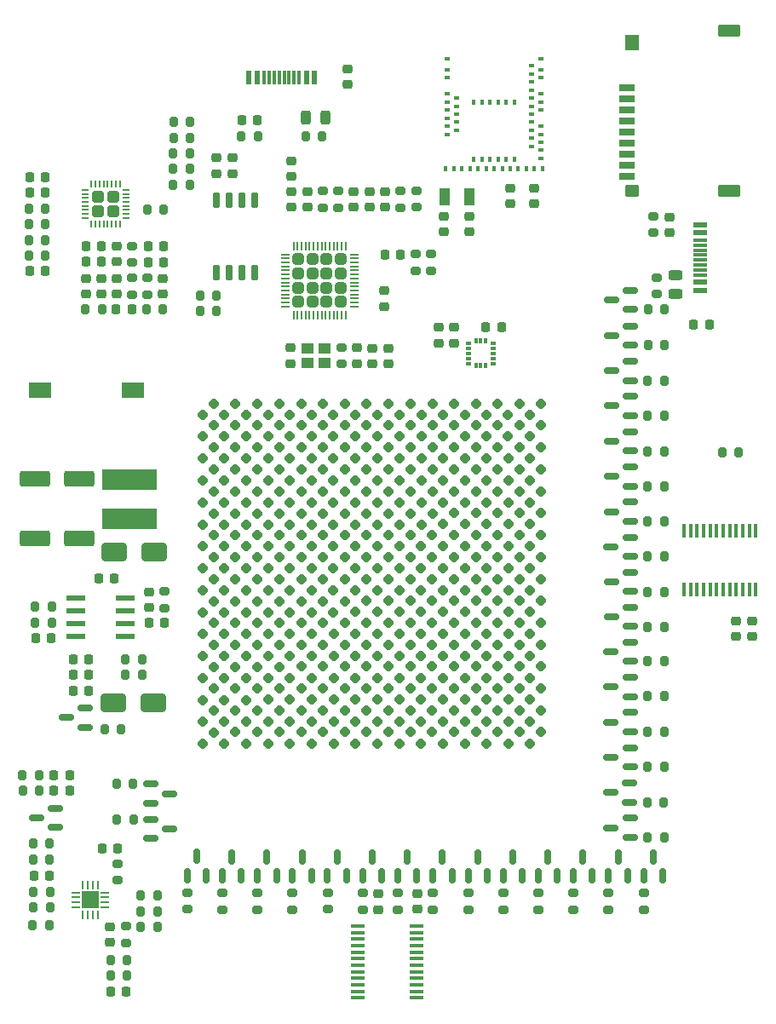
<source format=gbr>
%TF.GenerationSoftware,KiCad,Pcbnew,7.0.2*%
%TF.CreationDate,2023-07-17T10:45:44+03:00*%
%TF.ProjectId,DeskSandGlass,4465736b-5361-46e6-9447-6c6173732e6b,rev?*%
%TF.SameCoordinates,Original*%
%TF.FileFunction,Paste,Top*%
%TF.FilePolarity,Positive*%
%FSLAX46Y46*%
G04 Gerber Fmt 4.6, Leading zero omitted, Abs format (unit mm)*
G04 Created by KiCad (PCBNEW 7.0.2) date 2023-07-17 10:45:44*
%MOMM*%
%LPD*%
G01*
G04 APERTURE LIST*
G04 Aperture macros list*
%AMRoundRect*
0 Rectangle with rounded corners*
0 $1 Rounding radius*
0 $2 $3 $4 $5 $6 $7 $8 $9 X,Y pos of 4 corners*
0 Add a 4 corners polygon primitive as box body*
4,1,4,$2,$3,$4,$5,$6,$7,$8,$9,$2,$3,0*
0 Add four circle primitives for the rounded corners*
1,1,$1+$1,$2,$3*
1,1,$1+$1,$4,$5*
1,1,$1+$1,$6,$7*
1,1,$1+$1,$8,$9*
0 Add four rect primitives between the rounded corners*
20,1,$1+$1,$2,$3,$4,$5,0*
20,1,$1+$1,$4,$5,$6,$7,0*
20,1,$1+$1,$6,$7,$8,$9,0*
20,1,$1+$1,$8,$9,$2,$3,0*%
G04 Aperture macros list end*
%ADD10RoundRect,0.218750X0.026517X-0.335876X0.335876X-0.026517X-0.026517X0.335876X-0.335876X0.026517X0*%
%ADD11RoundRect,0.200000X-0.200000X-0.275000X0.200000X-0.275000X0.200000X0.275000X-0.200000X0.275000X0*%
%ADD12RoundRect,0.200000X0.275000X-0.200000X0.275000X0.200000X-0.275000X0.200000X-0.275000X-0.200000X0*%
%ADD13RoundRect,0.200000X0.200000X0.275000X-0.200000X0.275000X-0.200000X-0.275000X0.200000X-0.275000X0*%
%ADD14RoundRect,0.150000X0.587500X0.150000X-0.587500X0.150000X-0.587500X-0.150000X0.587500X-0.150000X0*%
%ADD15RoundRect,0.225000X0.225000X0.250000X-0.225000X0.250000X-0.225000X-0.250000X0.225000X-0.250000X0*%
%ADD16RoundRect,0.070000X0.730000X-0.280000X0.730000X0.280000X-0.730000X0.280000X-0.730000X-0.280000X0*%
%ADD17RoundRect,0.140000X0.560000X-0.660000X0.560000X0.660000X-0.560000X0.660000X-0.560000X-0.660000X0*%
%ADD18RoundRect,0.120000X0.580000X-0.480000X0.580000X0.480000X-0.580000X0.480000X-0.580000X-0.480000X0*%
%ADD19RoundRect,0.120000X0.980000X-0.480000X0.980000X0.480000X-0.980000X0.480000X-0.980000X-0.480000X0*%
%ADD20RoundRect,0.225000X-0.225000X-0.250000X0.225000X-0.250000X0.225000X0.250000X-0.225000X0.250000X0*%
%ADD21RoundRect,0.225000X0.250000X-0.225000X0.250000X0.225000X-0.250000X0.225000X-0.250000X-0.225000X0*%
%ADD22RoundRect,0.200000X-0.275000X0.200000X-0.275000X-0.200000X0.275000X-0.200000X0.275000X0.200000X0*%
%ADD23RoundRect,0.150000X0.150000X-0.587500X0.150000X0.587500X-0.150000X0.587500X-0.150000X-0.587500X0*%
%ADD24R,0.600000X1.450000*%
%ADD25R,0.300000X1.450000*%
%ADD26RoundRect,0.225000X-0.250000X0.225000X-0.250000X-0.225000X0.250000X-0.225000X0.250000X0.225000X0*%
%ADD27RoundRect,0.150000X-0.587500X-0.150000X0.587500X-0.150000X0.587500X0.150000X-0.587500X0.150000X0*%
%ADD28RoundRect,0.243750X-0.456250X0.243750X-0.456250X-0.243750X0.456250X-0.243750X0.456250X0.243750X0*%
%ADD29R,0.600000X0.400000*%
%ADD30R,0.400000X0.600000*%
%ADD31R,0.355600X1.473200*%
%ADD32RoundRect,0.250000X1.250000X0.550000X-1.250000X0.550000X-1.250000X-0.550000X1.250000X-0.550000X0*%
%ADD33R,1.000000X1.800000*%
%ADD34RoundRect,0.218750X0.218750X0.256250X-0.218750X0.256250X-0.218750X-0.256250X0.218750X-0.256250X0*%
%ADD35R,5.500000X2.150000*%
%ADD36RoundRect,0.250000X-0.315000X-0.315000X0.315000X-0.315000X0.315000X0.315000X-0.315000X0.315000X0*%
%ADD37RoundRect,0.050000X-0.387500X-0.050000X0.387500X-0.050000X0.387500X0.050000X-0.387500X0.050000X0*%
%ADD38RoundRect,0.050000X-0.050000X-0.387500X0.050000X-0.387500X0.050000X0.387500X-0.050000X0.387500X0*%
%ADD39RoundRect,0.243750X-0.243750X-0.456250X0.243750X-0.456250X0.243750X0.456250X-0.243750X0.456250X0*%
%ADD40RoundRect,0.250000X-1.000000X-0.650000X1.000000X-0.650000X1.000000X0.650000X-1.000000X0.650000X0*%
%ADD41RoundRect,0.150000X0.150000X-0.650000X0.150000X0.650000X-0.150000X0.650000X-0.150000X-0.650000X0*%
%ADD42RoundRect,0.087500X-0.187500X-0.087500X0.187500X-0.087500X0.187500X0.087500X-0.187500X0.087500X0*%
%ADD43RoundRect,0.087500X-0.087500X-0.187500X0.087500X-0.187500X0.087500X0.187500X-0.087500X0.187500X0*%
%ADD44R,1.150000X1.000000*%
%ADD45R,2.180000X1.600000*%
%ADD46RoundRect,0.218750X0.256250X-0.218750X0.256250X0.218750X-0.256250X0.218750X-0.256250X-0.218750X0*%
%ADD47RoundRect,0.250000X0.335000X0.335000X-0.335000X0.335000X-0.335000X-0.335000X0.335000X-0.335000X0*%
%ADD48RoundRect,0.050000X0.300000X0.050000X-0.300000X0.050000X-0.300000X-0.050000X0.300000X-0.050000X0*%
%ADD49RoundRect,0.050000X0.050000X0.300000X-0.050000X0.300000X-0.050000X-0.300000X0.050000X-0.300000X0*%
%ADD50R,1.981200X0.558800*%
%ADD51RoundRect,0.218750X-0.256250X0.218750X-0.256250X-0.218750X0.256250X-0.218750X0.256250X0.218750X0*%
%ADD52R,0.254000X0.812800*%
%ADD53R,0.812800X0.254000*%
%ADD54R,1.752600X1.752600*%
%ADD55R,1.450000X0.600000*%
%ADD56R,1.450000X0.300000*%
%ADD57R,1.473200X0.355600*%
G04 APERTURE END LIST*
D10*
%TO.C,D29*%
X132863687Y-110582381D03*
X133977381Y-109468687D03*
%TD*%
D11*
%TO.C,R12*%
X174933034Y-81025534D03*
X176583034Y-81025534D03*
%TD*%
D12*
%TO.C,R9*%
X144505534Y-79365534D03*
X144505534Y-77715534D03*
%TD*%
D13*
%TO.C,R77*%
X115443034Y-135145534D03*
X113793034Y-135145534D03*
%TD*%
D10*
%TO.C,D65*%
X139388687Y-84407381D03*
X140502381Y-83293687D03*
%TD*%
D11*
%TO.C,R44*%
X113445534Y-67060534D03*
X115095534Y-67060534D03*
%TD*%
D14*
%TO.C,Q7*%
X173203034Y-94995534D03*
X173203034Y-93095534D03*
X171328034Y-94045534D03*
%TD*%
D10*
%TO.C,D181*%
X154588687Y-93157381D03*
X155702381Y-92043687D03*
%TD*%
%TO.C,D73*%
X139388687Y-101882381D03*
X140502381Y-100768687D03*
%TD*%
%TO.C,D177*%
X154613687Y-84407381D03*
X155727381Y-83293687D03*
%TD*%
D15*
%TO.C,C48*%
X115670534Y-106635534D03*
X114120534Y-106635534D03*
%TD*%
D10*
%TO.C,D85*%
X141563687Y-93157381D03*
X142677381Y-92043687D03*
%TD*%
%TO.C,D52*%
X137213687Y-90957381D03*
X138327381Y-89843687D03*
%TD*%
%TO.C,D14*%
X130688687Y-112757381D03*
X131802381Y-111643687D03*
%TD*%
%TO.C,D250*%
X163238687Y-104032381D03*
X164352381Y-102918687D03*
%TD*%
D16*
%TO.C,U10*%
X172905534Y-51935534D03*
X172905534Y-53035534D03*
X172905534Y-54135534D03*
X172905534Y-55235534D03*
X172905534Y-56335534D03*
X172905534Y-57435534D03*
X172905534Y-58535534D03*
X172905534Y-59635534D03*
X172905534Y-60735534D03*
D17*
X173405534Y-47435534D03*
D18*
X173405534Y-62135534D03*
D19*
X183005534Y-46235534D03*
X183005534Y-62135534D03*
%TD*%
D10*
%TO.C,D150*%
X150238687Y-95332381D03*
X151352381Y-94218687D03*
%TD*%
%TO.C,D220*%
X158938687Y-108382381D03*
X160052381Y-107268687D03*
%TD*%
D20*
%TO.C,C42*%
X120723034Y-127545534D03*
X122273034Y-127545534D03*
%TD*%
D10*
%TO.C,D76*%
X139388687Y-108407381D03*
X140502381Y-107293687D03*
%TD*%
D21*
%TO.C,C51*%
X125405534Y-103595534D03*
X125405534Y-102045534D03*
%TD*%
D10*
%TO.C,D96*%
X141563687Y-117082381D03*
X142677381Y-115968687D03*
%TD*%
D22*
%TO.C,R39*%
X167535534Y-131935534D03*
X167535534Y-133585534D03*
%TD*%
D21*
%TO.C,C4*%
X145715534Y-63775534D03*
X145715534Y-62225534D03*
%TD*%
D22*
%TO.C,R40*%
X171035534Y-131955534D03*
X171035534Y-133605534D03*
%TD*%
D23*
%TO.C,Q22*%
X139645534Y-130213034D03*
X141545534Y-130213034D03*
X140595534Y-128338034D03*
%TD*%
D10*
%TO.C,D75*%
X139388687Y-106232381D03*
X140502381Y-105118687D03*
%TD*%
%TO.C,D20*%
X132863687Y-90957381D03*
X133977381Y-89843687D03*
%TD*%
%TO.C,D38*%
X135038687Y-95332381D03*
X136152381Y-94218687D03*
%TD*%
D24*
%TO.C,J1*%
X141810534Y-50940534D03*
X141010534Y-50940534D03*
D25*
X139810534Y-50940534D03*
X138810534Y-50940534D03*
X138310534Y-50940534D03*
X137310534Y-50940534D03*
D24*
X136110534Y-50940534D03*
X135310534Y-50940534D03*
X135310534Y-50940534D03*
X136110534Y-50940534D03*
D25*
X136810534Y-50940534D03*
X137810534Y-50940534D03*
X139310534Y-50940534D03*
X140310534Y-50940534D03*
D24*
X141010534Y-50940534D03*
X141810534Y-50940534D03*
%TD*%
D10*
%TO.C,D198*%
X156763687Y-95307381D03*
X157877381Y-94193687D03*
%TD*%
%TO.C,D59*%
X137213687Y-106232381D03*
X138327381Y-105118687D03*
%TD*%
D21*
%TO.C,C16*%
X155735534Y-77295534D03*
X155735534Y-75745534D03*
%TD*%
D11*
%TO.C,R10*%
X174978034Y-73965534D03*
X176628034Y-73965534D03*
%TD*%
D14*
%TO.C,Q12*%
X173190534Y-112420534D03*
X173190534Y-110520534D03*
X171315534Y-111470534D03*
%TD*%
D10*
%TO.C,D162*%
X152438687Y-86582381D03*
X153552381Y-85468687D03*
%TD*%
%TO.C,D122*%
X145888687Y-104032381D03*
X147002381Y-102918687D03*
%TD*%
D13*
%TO.C,R82*%
X124700534Y-110255534D03*
X123050534Y-110255534D03*
%TD*%
D26*
%TO.C,C24*%
X120650534Y-70895534D03*
X120650534Y-72445534D03*
%TD*%
D10*
%TO.C,D92*%
X141563687Y-108382381D03*
X142677381Y-107268687D03*
%TD*%
%TO.C,D69*%
X139388687Y-93157381D03*
X140502381Y-92043687D03*
%TD*%
%TO.C,D98*%
X143713687Y-86582381D03*
X144827381Y-85468687D03*
%TD*%
%TO.C,D178*%
X154613687Y-86582381D03*
X155727381Y-85468687D03*
%TD*%
%TO.C,D93*%
X141563687Y-110557381D03*
X142677381Y-109443687D03*
%TD*%
%TO.C,D237*%
X161088687Y-110557381D03*
X162202381Y-109443687D03*
%TD*%
%TO.C,D12*%
X130688687Y-108407381D03*
X131802381Y-107293687D03*
%TD*%
%TO.C,D138*%
X148038687Y-104032381D03*
X149152381Y-102918687D03*
%TD*%
D22*
%TO.C,R28*%
X129195534Y-131920534D03*
X129195534Y-133570534D03*
%TD*%
D27*
%TO.C,Q17*%
X125550534Y-121135534D03*
X125550534Y-123035534D03*
X127425534Y-122085534D03*
%TD*%
D10*
%TO.C,D213*%
X158938687Y-93132381D03*
X160052381Y-92018687D03*
%TD*%
D22*
%TO.C,R35*%
X153605534Y-131955534D03*
X153605534Y-133605534D03*
%TD*%
D11*
%TO.C,R53*%
X113445534Y-68600534D03*
X115095534Y-68600534D03*
%TD*%
D28*
%TO.C,F2*%
X177675000Y-70512500D03*
X177675000Y-72387500D03*
%TD*%
D15*
%TO.C,C41*%
X115468034Y-130255534D03*
X113918034Y-130255534D03*
%TD*%
D10*
%TO.C,D221*%
X158938687Y-110557381D03*
X160052381Y-109443687D03*
%TD*%
D29*
%TO.C,U7*%
X155030534Y-49045534D03*
X155030534Y-50145534D03*
X155030534Y-50945534D03*
X155030534Y-52545534D03*
X155930534Y-52945534D03*
X155030534Y-53345534D03*
X155930534Y-53745534D03*
X155030534Y-54145534D03*
X155930534Y-54545534D03*
X155030534Y-54945534D03*
X155930534Y-55345534D03*
X155030534Y-55745534D03*
X155930534Y-56145534D03*
X155030534Y-56545534D03*
D30*
X154880534Y-59945534D03*
X155680534Y-59945534D03*
X156480534Y-59945534D03*
X157280534Y-59945534D03*
X157680534Y-59045534D03*
X158080534Y-59945534D03*
X158480534Y-59045534D03*
X158880534Y-59945534D03*
X159280534Y-59045534D03*
X159680534Y-59945534D03*
X160080534Y-59045534D03*
X160480534Y-59945534D03*
X160880534Y-59045534D03*
X161280534Y-59945534D03*
X161680534Y-59045534D03*
X162080534Y-59945534D03*
X162880534Y-59945534D03*
X163680534Y-59945534D03*
X164480534Y-59945534D03*
D29*
X164330534Y-58945534D03*
X164330534Y-58145534D03*
X163430534Y-57745534D03*
X164330534Y-57345534D03*
X163430534Y-56945534D03*
X164330534Y-56545534D03*
X163430534Y-56145534D03*
X164330534Y-55745534D03*
X163430534Y-55345534D03*
X163430534Y-54545534D03*
X164330534Y-54145534D03*
X163430534Y-53745534D03*
X164330534Y-53345534D03*
X163430534Y-52945534D03*
X164330534Y-52545534D03*
X163430534Y-52145534D03*
X163430534Y-51345534D03*
X164330534Y-50945534D03*
X163430534Y-50545534D03*
X164330534Y-50145534D03*
X163430534Y-49745534D03*
X164330534Y-49045534D03*
D30*
X157680534Y-53345534D03*
X158480534Y-53345534D03*
X159280534Y-53345534D03*
X160080534Y-53345534D03*
X160880534Y-53345534D03*
X161680534Y-53345534D03*
%TD*%
D10*
%TO.C,D86*%
X141563687Y-95332381D03*
X142677381Y-94218687D03*
%TD*%
D14*
%TO.C,Q9*%
X173203034Y-101995534D03*
X173203034Y-100095534D03*
X171328034Y-101045534D03*
%TD*%
D10*
%TO.C,D256*%
X163238687Y-117082381D03*
X164352381Y-115968687D03*
%TD*%
%TO.C,D246*%
X163238687Y-95307381D03*
X164352381Y-94193687D03*
%TD*%
D11*
%TO.C,R67*%
X124563034Y-135315534D03*
X126213034Y-135315534D03*
%TD*%
D10*
%TO.C,D43*%
X135038687Y-106232381D03*
X136152381Y-105118687D03*
%TD*%
%TO.C,D5*%
X130688687Y-93157381D03*
X131802381Y-92043687D03*
%TD*%
D22*
%TO.C,R31*%
X139645534Y-131940534D03*
X139645534Y-133590534D03*
%TD*%
D26*
%TO.C,C10*%
X139545534Y-59190534D03*
X139545534Y-60740534D03*
%TD*%
D10*
%TO.C,D63*%
X137213687Y-114907381D03*
X138327381Y-113793687D03*
%TD*%
%TO.C,D167*%
X152413687Y-97507381D03*
X153527381Y-96393687D03*
%TD*%
D26*
%TO.C,C38*%
X157230534Y-64690534D03*
X157230534Y-66240534D03*
%TD*%
D14*
%TO.C,Q8*%
X173190534Y-98495534D03*
X173190534Y-96595534D03*
X171315534Y-97545534D03*
%TD*%
D10*
%TO.C,D182*%
X154613687Y-95307381D03*
X155727381Y-94193687D03*
%TD*%
%TO.C,D166*%
X152438687Y-95332381D03*
X153552381Y-94218687D03*
%TD*%
%TO.C,D188*%
X154613687Y-108382381D03*
X155727381Y-107268687D03*
%TD*%
D21*
%TO.C,C17*%
X154155534Y-77295534D03*
X154155534Y-75745534D03*
%TD*%
D13*
%TO.C,R80*%
X115720534Y-105085534D03*
X114070534Y-105085534D03*
%TD*%
D31*
%TO.C,U5*%
X185690534Y-95978534D03*
X185040535Y-95978534D03*
X184390537Y-95978534D03*
X183740536Y-95978534D03*
X183090537Y-95978534D03*
X182440536Y-95978534D03*
X181790537Y-95978534D03*
X181140536Y-95978534D03*
X180490537Y-95978534D03*
X179840536Y-95978534D03*
X179190537Y-95978534D03*
X178540536Y-95978534D03*
X178540536Y-101820534D03*
X179190535Y-101820534D03*
X179840536Y-101820534D03*
X180490534Y-101820534D03*
X181140536Y-101820534D03*
X181790534Y-101820534D03*
X182440533Y-101820534D03*
X183090534Y-101820534D03*
X183740533Y-101820534D03*
X184390534Y-101820534D03*
X185040533Y-101820534D03*
X185690534Y-101820534D03*
%TD*%
D10*
%TO.C,D163*%
X152438687Y-88782381D03*
X153552381Y-87668687D03*
%TD*%
D13*
%TO.C,R57*%
X126860534Y-64050534D03*
X125210534Y-64050534D03*
%TD*%
D10*
%TO.C,D129*%
X148063687Y-84407381D03*
X149177381Y-83293687D03*
%TD*%
D13*
%TO.C,R46*%
X129425534Y-61535534D03*
X127775534Y-61535534D03*
%TD*%
D15*
%TO.C,C26*%
X115065534Y-70145534D03*
X113515534Y-70145534D03*
%TD*%
D10*
%TO.C,D88*%
X141563687Y-99707381D03*
X142677381Y-98593687D03*
%TD*%
%TO.C,D90*%
X141563687Y-104057381D03*
X142677381Y-102943687D03*
%TD*%
%TO.C,D200*%
X156763687Y-99682381D03*
X157877381Y-98568687D03*
%TD*%
D15*
%TO.C,C46*%
X119380534Y-110295534D03*
X117830534Y-110295534D03*
%TD*%
D10*
%TO.C,D112*%
X143738687Y-117082381D03*
X144852381Y-115968687D03*
%TD*%
D11*
%TO.C,R64*%
X121560534Y-138600534D03*
X123210534Y-138600534D03*
%TD*%
D10*
%TO.C,D89*%
X141563687Y-101882381D03*
X142677381Y-100768687D03*
%TD*%
D11*
%TO.C,R69*%
X124553034Y-132225534D03*
X126203034Y-132225534D03*
%TD*%
D23*
%TO.C,Q21*%
X136145534Y-130213034D03*
X138045534Y-130213034D03*
X137095534Y-128338034D03*
%TD*%
D20*
%TO.C,C50*%
X125380534Y-105135534D03*
X126930534Y-105135534D03*
%TD*%
D10*
%TO.C,D11*%
X130688687Y-106232381D03*
X131802381Y-105118687D03*
%TD*%
%TO.C,D3*%
X130688687Y-88757381D03*
X131802381Y-87643687D03*
%TD*%
%TO.C,D46*%
X135038687Y-112757381D03*
X136152381Y-111643687D03*
%TD*%
%TO.C,D253*%
X163238687Y-110557381D03*
X164352381Y-109443687D03*
%TD*%
%TO.C,D45*%
X135038687Y-110582381D03*
X136152381Y-109468687D03*
%TD*%
D27*
%TO.C,Q18*%
X125563034Y-124635534D03*
X125563034Y-126535534D03*
X127438034Y-125585534D03*
%TD*%
D10*
%TO.C,D57*%
X137213687Y-101882381D03*
X138327381Y-100768687D03*
%TD*%
D14*
%TO.C,Q10*%
X173203034Y-105470534D03*
X173203034Y-103570534D03*
X171328034Y-104520534D03*
%TD*%
D10*
%TO.C,D165*%
X152438687Y-93157381D03*
X153552381Y-92043687D03*
%TD*%
D11*
%TO.C,R19*%
X174923034Y-105485534D03*
X176573034Y-105485534D03*
%TD*%
D10*
%TO.C,D174*%
X152413687Y-112732381D03*
X153527381Y-111618687D03*
%TD*%
D21*
%TO.C,C13*%
X146055534Y-79325534D03*
X146055534Y-77775534D03*
%TD*%
D10*
%TO.C,D9*%
X130688687Y-101882381D03*
X131802381Y-100768687D03*
%TD*%
%TO.C,D206*%
X156763687Y-112732381D03*
X157877381Y-111618687D03*
%TD*%
%TO.C,D101*%
X143713687Y-93157381D03*
X144827381Y-92043687D03*
%TD*%
D11*
%TO.C,R62*%
X121550534Y-140160534D03*
X123200534Y-140160534D03*
%TD*%
D10*
%TO.C,D107*%
X143738687Y-106207381D03*
X144852381Y-105093687D03*
%TD*%
%TO.C,D103*%
X143713687Y-97507381D03*
X144827381Y-96393687D03*
%TD*%
D11*
%TO.C,R18*%
X174923034Y-102005534D03*
X176573034Y-102005534D03*
%TD*%
D10*
%TO.C,D184*%
X154613687Y-99682381D03*
X155727381Y-98568687D03*
%TD*%
%TO.C,D81*%
X141563687Y-84407381D03*
X142677381Y-83293687D03*
%TD*%
%TO.C,D137*%
X148063687Y-101857381D03*
X149177381Y-100743687D03*
%TD*%
%TO.C,D238*%
X161088687Y-112732381D03*
X162202381Y-111618687D03*
%TD*%
%TO.C,D214*%
X158938687Y-95307381D03*
X160052381Y-94193687D03*
%TD*%
%TO.C,D203*%
X156763687Y-106207381D03*
X157877381Y-105093687D03*
%TD*%
D15*
%TO.C,C35*%
X120650534Y-67650534D03*
X119100534Y-67650534D03*
%TD*%
D26*
%TO.C,C7*%
X149135534Y-77810534D03*
X149135534Y-79360534D03*
%TD*%
D15*
%TO.C,C45*%
X119390534Y-108745534D03*
X117840534Y-108745534D03*
%TD*%
D20*
%TO.C,C34*%
X119110534Y-69200534D03*
X120660534Y-69200534D03*
%TD*%
D10*
%TO.C,D218*%
X158938687Y-104032381D03*
X160052381Y-102918687D03*
%TD*%
%TO.C,D204*%
X156763687Y-108382381D03*
X157877381Y-107268687D03*
%TD*%
D26*
%TO.C,C8*%
X148775000Y-72100000D03*
X148775000Y-73650000D03*
%TD*%
D10*
%TO.C,D40*%
X135038687Y-99707381D03*
X136152381Y-98593687D03*
%TD*%
D20*
%TO.C,C31*%
X125260534Y-67700534D03*
X126810534Y-67700534D03*
%TD*%
D10*
%TO.C,D147*%
X150238687Y-88782381D03*
X151352381Y-87668687D03*
%TD*%
D11*
%TO.C,R54*%
X119055534Y-73960534D03*
X120705534Y-73960534D03*
%TD*%
D10*
%TO.C,D212*%
X158938687Y-90957381D03*
X160052381Y-89843687D03*
%TD*%
D14*
%TO.C,Q1*%
X173240534Y-73945534D03*
X173240534Y-72045534D03*
X171365534Y-72995534D03*
%TD*%
D10*
%TO.C,D33*%
X135038687Y-84407381D03*
X136152381Y-83293687D03*
%TD*%
%TO.C,D87*%
X141563687Y-97507381D03*
X142677381Y-96393687D03*
%TD*%
%TO.C,D191*%
X154613687Y-114907381D03*
X155727381Y-113793687D03*
%TD*%
%TO.C,D51*%
X137213687Y-88782381D03*
X138327381Y-87668687D03*
%TD*%
D13*
%TO.C,R45*%
X129470534Y-55335534D03*
X127820534Y-55335534D03*
%TD*%
D32*
%TO.C,C53*%
X118415534Y-90745534D03*
X114015534Y-90745534D03*
%TD*%
D10*
%TO.C,D77*%
X139388687Y-110557381D03*
X140502381Y-109443687D03*
%TD*%
%TO.C,D118*%
X145888687Y-95332381D03*
X147002381Y-94218687D03*
%TD*%
%TO.C,D24*%
X132863687Y-99707381D03*
X133977381Y-98593687D03*
%TD*%
D22*
%TO.C,R30*%
X136135534Y-131940534D03*
X136135534Y-133590534D03*
%TD*%
D20*
%TO.C,C30*%
X125260534Y-69240534D03*
X126810534Y-69240534D03*
%TD*%
D22*
%TO.C,R3*%
X142635534Y-62200534D03*
X142635534Y-63850534D03*
%TD*%
%TO.C,R34*%
X150095534Y-131935534D03*
X150095534Y-133585534D03*
%TD*%
D21*
%TO.C,C12*%
X132050000Y-60450000D03*
X132050000Y-58900000D03*
%TD*%
D14*
%TO.C,Q33*%
X116057500Y-125430000D03*
X116057500Y-123530000D03*
X114182500Y-124480000D03*
%TD*%
D10*
%TO.C,D180*%
X154613687Y-90957381D03*
X155727381Y-89843687D03*
%TD*%
D33*
%TO.C,Y2*%
X154750534Y-62735534D03*
X157250534Y-62735534D03*
%TD*%
D22*
%TO.C,R50*%
X125240534Y-70835534D03*
X125240534Y-72485534D03*
%TD*%
D10*
%TO.C,D70*%
X139388687Y-95332381D03*
X140502381Y-94218687D03*
%TD*%
%TO.C,D55*%
X137213687Y-97507381D03*
X138327381Y-96393687D03*
%TD*%
%TO.C,D99*%
X143713687Y-88782381D03*
X144827381Y-87668687D03*
%TD*%
D26*
%TO.C,C32*%
X122175534Y-67675534D03*
X122175534Y-69225534D03*
%TD*%
D34*
%TO.C,D258*%
X117507500Y-120210000D03*
X115932500Y-120210000D03*
%TD*%
D10*
%TO.C,D110*%
X143738687Y-112732381D03*
X144852381Y-111618687D03*
%TD*%
D13*
%TO.C,R6*%
X136195534Y-56715534D03*
X134545534Y-56715534D03*
%TD*%
D10*
%TO.C,D120*%
X145888687Y-99707381D03*
X147002381Y-98593687D03*
%TD*%
D23*
%TO.C,Q28*%
X160595534Y-130213034D03*
X162495534Y-130213034D03*
X161545534Y-128338034D03*
%TD*%
D20*
%TO.C,C18*%
X158860534Y-75730534D03*
X160410534Y-75730534D03*
%TD*%
D10*
%TO.C,D84*%
X141563687Y-90957381D03*
X142677381Y-89843687D03*
%TD*%
D23*
%TO.C,Q23*%
X143120534Y-130213034D03*
X145020534Y-130213034D03*
X144070534Y-128338034D03*
%TD*%
D13*
%TO.C,R68*%
X115523034Y-131835534D03*
X113873034Y-131835534D03*
%TD*%
D10*
%TO.C,D226*%
X161063687Y-86582381D03*
X162177381Y-85468687D03*
%TD*%
%TO.C,D16*%
X130688687Y-117107381D03*
X131802381Y-115993687D03*
%TD*%
D35*
%TO.C,L5*%
X123475534Y-94760534D03*
X123475534Y-90910534D03*
%TD*%
D14*
%TO.C,Q3*%
X173203034Y-81020534D03*
X173203034Y-79120534D03*
X171328034Y-80070534D03*
%TD*%
D10*
%TO.C,D78*%
X139388687Y-112732381D03*
X140502381Y-111618687D03*
%TD*%
%TO.C,D95*%
X141563687Y-114907381D03*
X142677381Y-113793687D03*
%TD*%
D36*
%TO.C,U1*%
X140235534Y-68978034D03*
X140235534Y-70378034D03*
X140235534Y-71778034D03*
X140235534Y-73178034D03*
X141635534Y-68978034D03*
X141635534Y-70378034D03*
X141635534Y-71778034D03*
X141635534Y-73178034D03*
X143035534Y-68978034D03*
X143035534Y-70378034D03*
X143035534Y-71778034D03*
X143035534Y-73178034D03*
X144435534Y-68978034D03*
X144435534Y-70378034D03*
X144435534Y-71778034D03*
X144435534Y-73178034D03*
D37*
X138898034Y-68478034D03*
X138898034Y-68878034D03*
X138898034Y-69278034D03*
X138898034Y-69678034D03*
X138898034Y-70078034D03*
X138898034Y-70478034D03*
X138898034Y-70878034D03*
X138898034Y-71278034D03*
X138898034Y-71678034D03*
X138898034Y-72078034D03*
X138898034Y-72478034D03*
X138898034Y-72878034D03*
X138898034Y-73278034D03*
X138898034Y-73678034D03*
D38*
X139735534Y-74515534D03*
X140135534Y-74515534D03*
X140535534Y-74515534D03*
X140935534Y-74515534D03*
X141335534Y-74515534D03*
X141735534Y-74515534D03*
X142135534Y-74515534D03*
X142535534Y-74515534D03*
X142935534Y-74515534D03*
X143335534Y-74515534D03*
X143735534Y-74515534D03*
X144135534Y-74515534D03*
X144535534Y-74515534D03*
X144935534Y-74515534D03*
D37*
X145773034Y-73678034D03*
X145773034Y-73278034D03*
X145773034Y-72878034D03*
X145773034Y-72478034D03*
X145773034Y-72078034D03*
X145773034Y-71678034D03*
X145773034Y-71278034D03*
X145773034Y-70878034D03*
X145773034Y-70478034D03*
X145773034Y-70078034D03*
X145773034Y-69678034D03*
X145773034Y-69278034D03*
X145773034Y-68878034D03*
X145773034Y-68478034D03*
D38*
X144935534Y-67640534D03*
X144535534Y-67640534D03*
X144135534Y-67640534D03*
X143735534Y-67640534D03*
X143335534Y-67640534D03*
X142935534Y-67640534D03*
X142535534Y-67640534D03*
X142135534Y-67640534D03*
X141735534Y-67640534D03*
X141335534Y-67640534D03*
X140935534Y-67640534D03*
X140535534Y-67640534D03*
X140135534Y-67640534D03*
X139735534Y-67640534D03*
%TD*%
D10*
%TO.C,D148*%
X150238687Y-90957381D03*
X151352381Y-89843687D03*
%TD*%
%TO.C,D186*%
X154613687Y-104032381D03*
X155727381Y-102918687D03*
%TD*%
%TO.C,D208*%
X156763687Y-117082381D03*
X157877381Y-115968687D03*
%TD*%
D26*
%TO.C,C21*%
X185300000Y-104900000D03*
X185300000Y-106450000D03*
%TD*%
D10*
%TO.C,D102*%
X143713687Y-95332381D03*
X144827381Y-94218687D03*
%TD*%
%TO.C,D105*%
X143713687Y-101882381D03*
X144827381Y-100768687D03*
%TD*%
%TO.C,D30*%
X132863687Y-112757381D03*
X133977381Y-111643687D03*
%TD*%
%TO.C,D151*%
X150238687Y-97507381D03*
X151352381Y-96393687D03*
%TD*%
D11*
%TO.C,R5*%
X140925534Y-56715534D03*
X142575534Y-56715534D03*
%TD*%
D22*
%TO.C,R33*%
X146615534Y-131955534D03*
X146615534Y-133605534D03*
%TD*%
D10*
%TO.C,D173*%
X152413687Y-110557381D03*
X153527381Y-109443687D03*
%TD*%
%TO.C,D136*%
X148063687Y-99707381D03*
X149177381Y-98593687D03*
%TD*%
%TO.C,D197*%
X156763687Y-93132381D03*
X157877381Y-92018687D03*
%TD*%
%TO.C,D18*%
X132863687Y-86582381D03*
X133977381Y-85468687D03*
%TD*%
%TO.C,D229*%
X161088687Y-93132381D03*
X162202381Y-92018687D03*
%TD*%
%TO.C,D13*%
X130688687Y-110582381D03*
X131802381Y-109468687D03*
%TD*%
%TO.C,D144*%
X148038687Y-117082381D03*
X149152381Y-115968687D03*
%TD*%
%TO.C,D71*%
X139388687Y-97507381D03*
X140502381Y-96393687D03*
%TD*%
D11*
%TO.C,R14*%
X174943034Y-88035534D03*
X176593034Y-88035534D03*
%TD*%
%TO.C,R11*%
X174973034Y-77505534D03*
X176623034Y-77505534D03*
%TD*%
D10*
%TO.C,D224*%
X158938687Y-117082381D03*
X160052381Y-115968687D03*
%TD*%
%TO.C,D53*%
X137213687Y-93157381D03*
X138327381Y-92043687D03*
%TD*%
D21*
%TO.C,C15*%
X139445534Y-79320534D03*
X139445534Y-77770534D03*
%TD*%
D39*
%TO.C,F1*%
X141003034Y-54925534D03*
X142878034Y-54925534D03*
%TD*%
D10*
%TO.C,D124*%
X145888687Y-108382381D03*
X147002381Y-107268687D03*
%TD*%
D15*
%TO.C,C49*%
X121900534Y-100665534D03*
X120350534Y-100665534D03*
%TD*%
D10*
%TO.C,D205*%
X156763687Y-110557381D03*
X157877381Y-109443687D03*
%TD*%
%TO.C,D140*%
X148038687Y-108382381D03*
X149152381Y-107268687D03*
%TD*%
%TO.C,D193*%
X156763687Y-84407381D03*
X157877381Y-83293687D03*
%TD*%
%TO.C,D171*%
X152413687Y-106207381D03*
X153527381Y-105093687D03*
%TD*%
%TO.C,D255*%
X163238687Y-114907381D03*
X164352381Y-113793687D03*
%TD*%
%TO.C,D234*%
X161088687Y-104032381D03*
X162202381Y-102918687D03*
%TD*%
D40*
%TO.C,D260*%
X121885534Y-98025534D03*
X125885534Y-98025534D03*
%TD*%
D15*
%TO.C,C25*%
X115045534Y-62375534D03*
X113495534Y-62375534D03*
%TD*%
D10*
%TO.C,D62*%
X137213687Y-112732381D03*
X138327381Y-111618687D03*
%TD*%
%TO.C,D121*%
X145888687Y-101882381D03*
X147002381Y-100768687D03*
%TD*%
%TO.C,D222*%
X158938687Y-112732381D03*
X160052381Y-111618687D03*
%TD*%
%TO.C,D146*%
X150238687Y-86582381D03*
X151352381Y-85468687D03*
%TD*%
%TO.C,D227*%
X161088687Y-88757381D03*
X162202381Y-87643687D03*
%TD*%
D41*
%TO.C,U2*%
X132050534Y-70300534D03*
X133320534Y-70300534D03*
X134590534Y-70300534D03*
X135860534Y-70300534D03*
X135860534Y-63100534D03*
X134590534Y-63100534D03*
X133320534Y-63100534D03*
X132050534Y-63100534D03*
%TD*%
D11*
%TO.C,R20*%
X174923034Y-108945534D03*
X176573034Y-108945534D03*
%TD*%
D10*
%TO.C,D189*%
X154613687Y-110557381D03*
X155727381Y-109443687D03*
%TD*%
%TO.C,D192*%
X154613687Y-117082381D03*
X155727381Y-115968687D03*
%TD*%
D23*
%TO.C,Q24*%
X146620534Y-130213034D03*
X148520534Y-130213034D03*
X147570534Y-128338034D03*
%TD*%
D14*
%TO.C,Q15*%
X173178034Y-122920534D03*
X173178034Y-121020534D03*
X171303034Y-121970534D03*
%TD*%
D11*
%TO.C,R17*%
X174923034Y-98505534D03*
X176573034Y-98505534D03*
%TD*%
D42*
%TO.C,U3*%
X157130534Y-77315534D03*
X157130534Y-77815534D03*
X157130534Y-78315534D03*
X157130534Y-78815534D03*
X157130534Y-79315534D03*
D43*
X157855534Y-79540534D03*
X158355534Y-79540534D03*
X158855534Y-79540534D03*
D42*
X159580534Y-79315534D03*
X159580534Y-78815534D03*
X159580534Y-78315534D03*
X159580534Y-77815534D03*
X159580534Y-77315534D03*
D43*
X158855534Y-77090534D03*
X158355534Y-77090534D03*
X157855534Y-77090534D03*
%TD*%
D10*
%TO.C,D185*%
X154613687Y-101857381D03*
X155727381Y-100743687D03*
%TD*%
%TO.C,D201*%
X156763687Y-101857381D03*
X157877381Y-100743687D03*
%TD*%
%TO.C,D28*%
X132863687Y-108407381D03*
X133977381Y-107293687D03*
%TD*%
%TO.C,D8*%
X130688687Y-99707381D03*
X131802381Y-98593687D03*
%TD*%
D44*
%TO.C,Y1*%
X142850534Y-77830534D03*
X141100534Y-77830534D03*
X141100534Y-79230534D03*
X142850534Y-79230534D03*
%TD*%
D10*
%TO.C,D97*%
X143713687Y-84407381D03*
X144827381Y-83293687D03*
%TD*%
%TO.C,D223*%
X158938687Y-114907381D03*
X160052381Y-113793687D03*
%TD*%
%TO.C,D2*%
X130688687Y-86582381D03*
X131802381Y-85468687D03*
%TD*%
%TO.C,D108*%
X143738687Y-108382381D03*
X144852381Y-107268687D03*
%TD*%
%TO.C,D172*%
X152413687Y-108382381D03*
X153527381Y-107268687D03*
%TD*%
%TO.C,D44*%
X135038687Y-108407381D03*
X136152381Y-107293687D03*
%TD*%
D26*
%TO.C,C23*%
X126770534Y-70885534D03*
X126770534Y-72435534D03*
%TD*%
D10*
%TO.C,D199*%
X156763687Y-97507381D03*
X157877381Y-96393687D03*
%TD*%
%TO.C,D36*%
X135038687Y-90957381D03*
X136152381Y-89843687D03*
%TD*%
D12*
%TO.C,R63*%
X153445534Y-70100534D03*
X153445534Y-68450534D03*
%TD*%
D10*
%TO.C,D194*%
X156763687Y-86582381D03*
X157877381Y-85468687D03*
%TD*%
%TO.C,D230*%
X161088687Y-95307381D03*
X162202381Y-94193687D03*
%TD*%
%TO.C,D32*%
X132863687Y-117082381D03*
X133977381Y-115968687D03*
%TD*%
D14*
%TO.C,Q14*%
X173190534Y-119420534D03*
X173190534Y-117520534D03*
X171315534Y-118470534D03*
%TD*%
D10*
%TO.C,D176*%
X152413687Y-117082381D03*
X153527381Y-115968687D03*
%TD*%
%TO.C,D210*%
X158913687Y-86582381D03*
X160027381Y-85468687D03*
%TD*%
D12*
%TO.C,R2*%
X150365534Y-63825534D03*
X150365534Y-62175534D03*
%TD*%
D21*
%TO.C,C40*%
X161280534Y-63445534D03*
X161280534Y-61895534D03*
%TD*%
D11*
%TO.C,R79*%
X114070534Y-103525534D03*
X115720534Y-103525534D03*
%TD*%
D13*
%TO.C,R72*%
X114475000Y-121760000D03*
X112825000Y-121760000D03*
%TD*%
D26*
%TO.C,C43*%
X121528034Y-135290534D03*
X121528034Y-136840534D03*
%TD*%
D10*
%TO.C,D196*%
X156763687Y-90957381D03*
X157877381Y-89843687D03*
%TD*%
%TO.C,D42*%
X135038687Y-104057381D03*
X136152381Y-102943687D03*
%TD*%
D14*
%TO.C,Q16*%
X173190534Y-126420534D03*
X173190534Y-124520534D03*
X171315534Y-125470534D03*
%TD*%
D11*
%TO.C,R25*%
X174923034Y-126435534D03*
X176573034Y-126435534D03*
%TD*%
D10*
%TO.C,D68*%
X139388687Y-90957381D03*
X140502381Y-89843687D03*
%TD*%
D13*
%TO.C,R8*%
X132075000Y-72550000D03*
X130425000Y-72550000D03*
%TD*%
D10*
%TO.C,D34*%
X135038687Y-86582381D03*
X136152381Y-85468687D03*
%TD*%
%TO.C,D1*%
X130688687Y-84407381D03*
X131802381Y-83293687D03*
%TD*%
%TO.C,D157*%
X150238687Y-110557381D03*
X151352381Y-109443687D03*
%TD*%
D14*
%TO.C,Q5*%
X173203034Y-88020534D03*
X173203034Y-86120534D03*
X171328034Y-87070534D03*
%TD*%
D10*
%TO.C,D190*%
X154613687Y-112732381D03*
X155727381Y-111618687D03*
%TD*%
D22*
%TO.C,R51*%
X123710534Y-70845534D03*
X123710534Y-72495534D03*
%TD*%
D14*
%TO.C,Q4*%
X173203034Y-84495534D03*
X173203034Y-82595534D03*
X171328034Y-83545534D03*
%TD*%
D10*
%TO.C,D132*%
X148063687Y-90957381D03*
X149177381Y-89843687D03*
%TD*%
D45*
%TO.C,SW1*%
X114555534Y-81975534D03*
X123735534Y-81975534D03*
%TD*%
D10*
%TO.C,D153*%
X150238687Y-101857381D03*
X151352381Y-100743687D03*
%TD*%
%TO.C,D100*%
X143713687Y-90957381D03*
X144827381Y-89843687D03*
%TD*%
D23*
%TO.C,Q26*%
X153595534Y-130213034D03*
X155495534Y-130213034D03*
X154545534Y-128338034D03*
%TD*%
D10*
%TO.C,D164*%
X152438687Y-90957381D03*
X153552381Y-89843687D03*
%TD*%
%TO.C,D133*%
X148063687Y-93157381D03*
X149177381Y-92043687D03*
%TD*%
D14*
%TO.C,Q2*%
X173228034Y-77495534D03*
X173228034Y-75595534D03*
X171353034Y-76545534D03*
%TD*%
D10*
%TO.C,D254*%
X163238687Y-112732381D03*
X164352381Y-111618687D03*
%TD*%
%TO.C,D236*%
X161088687Y-108382381D03*
X162202381Y-107268687D03*
%TD*%
D23*
%TO.C,Q32*%
X174570534Y-130213034D03*
X176470534Y-130213034D03*
X175520534Y-128338034D03*
%TD*%
D26*
%TO.C,C27*%
X119120534Y-70895534D03*
X119120534Y-72445534D03*
%TD*%
D11*
%TO.C,R83*%
X123050534Y-108705534D03*
X124700534Y-108705534D03*
%TD*%
D13*
%TO.C,R76*%
X115518034Y-128635534D03*
X113868034Y-128635534D03*
%TD*%
D11*
%TO.C,R21*%
X174923034Y-112415534D03*
X176573034Y-112415534D03*
%TD*%
D34*
%TO.C,L4*%
X181062500Y-75450000D03*
X179487500Y-75450000D03*
%TD*%
D10*
%TO.C,D6*%
X130688687Y-95332381D03*
X131802381Y-94218687D03*
%TD*%
%TO.C,D15*%
X130688687Y-114932381D03*
X131802381Y-113818687D03*
%TD*%
D12*
%TO.C,R81*%
X126935534Y-103645534D03*
X126935534Y-101995534D03*
%TD*%
D10*
%TO.C,D207*%
X156763687Y-114907381D03*
X157877381Y-113793687D03*
%TD*%
D13*
%TO.C,R47*%
X129435534Y-60005534D03*
X127785534Y-60005534D03*
%TD*%
D10*
%TO.C,D219*%
X158938687Y-106207381D03*
X160052381Y-105093687D03*
%TD*%
%TO.C,D240*%
X161088687Y-117082381D03*
X162202381Y-115968687D03*
%TD*%
%TO.C,D243*%
X163238687Y-88757381D03*
X164352381Y-87643687D03*
%TD*%
D13*
%TO.C,R27*%
X123830534Y-124630534D03*
X122180534Y-124630534D03*
%TD*%
D10*
%TO.C,D113*%
X145888687Y-84407381D03*
X147002381Y-83293687D03*
%TD*%
D13*
%TO.C,R66*%
X115523034Y-133395534D03*
X113873034Y-133395534D03*
%TD*%
D10*
%TO.C,D195*%
X156763687Y-88782381D03*
X157877381Y-87668687D03*
%TD*%
%TO.C,D21*%
X132863687Y-93157381D03*
X133977381Y-92043687D03*
%TD*%
%TO.C,D22*%
X132863687Y-95332381D03*
X133977381Y-94218687D03*
%TD*%
%TO.C,D47*%
X135038687Y-114907381D03*
X136152381Y-113793687D03*
%TD*%
%TO.C,D119*%
X145888687Y-97507381D03*
X147002381Y-96393687D03*
%TD*%
%TO.C,D66*%
X139388687Y-86582381D03*
X140502381Y-85468687D03*
%TD*%
D22*
%TO.C,R4*%
X144175534Y-62180534D03*
X144175534Y-63830534D03*
%TD*%
D10*
%TO.C,D106*%
X143713687Y-104057381D03*
X144827381Y-102943687D03*
%TD*%
%TO.C,D175*%
X152413687Y-114907381D03*
X153527381Y-113793687D03*
%TD*%
%TO.C,D154*%
X150238687Y-104032381D03*
X151352381Y-102918687D03*
%TD*%
D21*
%TO.C,C6*%
X148815534Y-63780534D03*
X148815534Y-62230534D03*
%TD*%
%TO.C,C22*%
X148175000Y-133600000D03*
X148175000Y-132050000D03*
%TD*%
D10*
%TO.C,D242*%
X163238687Y-86582381D03*
X164352381Y-85468687D03*
%TD*%
D11*
%TO.C,R52*%
X113445534Y-63940534D03*
X115095534Y-63940534D03*
%TD*%
D10*
%TO.C,D233*%
X161088687Y-101857381D03*
X162202381Y-100743687D03*
%TD*%
D20*
%TO.C,C1*%
X134595534Y-55145534D03*
X136145534Y-55145534D03*
%TD*%
D10*
%TO.C,D251*%
X163238687Y-106207381D03*
X164352381Y-105093687D03*
%TD*%
D11*
%TO.C,R7*%
X130425000Y-74100000D03*
X132075000Y-74100000D03*
%TD*%
D10*
%TO.C,D211*%
X158913687Y-88782381D03*
X160027381Y-87668687D03*
%TD*%
%TO.C,D145*%
X150238687Y-84407381D03*
X151352381Y-83293687D03*
%TD*%
D14*
%TO.C,Q6*%
X173215534Y-91520534D03*
X173215534Y-89620534D03*
X171340534Y-90570534D03*
%TD*%
D10*
%TO.C,D125*%
X145888687Y-110557381D03*
X147002381Y-109443687D03*
%TD*%
%TO.C,D74*%
X139388687Y-104057381D03*
X140502381Y-102943687D03*
%TD*%
D12*
%TO.C,R60*%
X175535534Y-66350534D03*
X175535534Y-64700534D03*
%TD*%
%TO.C,R71*%
X122248034Y-130670534D03*
X122248034Y-129020534D03*
%TD*%
D10*
%TO.C,D27*%
X132863687Y-106232381D03*
X133977381Y-105118687D03*
%TD*%
D26*
%TO.C,C36*%
X177125534Y-64750534D03*
X177125534Y-66300534D03*
%TD*%
D10*
%TO.C,D209*%
X158913687Y-84407381D03*
X160027381Y-83293687D03*
%TD*%
D11*
%TO.C,R13*%
X174933034Y-84495534D03*
X176583034Y-84495534D03*
%TD*%
D10*
%TO.C,D50*%
X137213687Y-86582381D03*
X138327381Y-85468687D03*
%TD*%
%TO.C,D58*%
X137213687Y-104057381D03*
X138327381Y-102943687D03*
%TD*%
%TO.C,D244*%
X163238687Y-90957381D03*
X164352381Y-89843687D03*
%TD*%
%TO.C,D56*%
X137213687Y-99707381D03*
X138327381Y-98593687D03*
%TD*%
D46*
%TO.C,L3*%
X122180534Y-72448034D03*
X122180534Y-70873034D03*
%TD*%
D10*
%TO.C,D183*%
X154613687Y-97507381D03*
X155727381Y-96393687D03*
%TD*%
%TO.C,D131*%
X148063687Y-88782381D03*
X149177381Y-87668687D03*
%TD*%
D21*
%TO.C,C20*%
X152050000Y-133575000D03*
X152050000Y-132025000D03*
%TD*%
D10*
%TO.C,D158*%
X150238687Y-112732381D03*
X151352381Y-111618687D03*
%TD*%
%TO.C,D159*%
X150238687Y-114907381D03*
X151352381Y-113793687D03*
%TD*%
D23*
%TO.C,Q29*%
X164070534Y-130213034D03*
X165970534Y-130213034D03*
X165020534Y-128338034D03*
%TD*%
D10*
%TO.C,D64*%
X137213687Y-117082381D03*
X138327381Y-115968687D03*
%TD*%
D47*
%TO.C,U6*%
X121790534Y-64195534D03*
X121790534Y-62745534D03*
X120340534Y-64195534D03*
X120340534Y-62745534D03*
D48*
X123065534Y-64870534D03*
X123065534Y-64470534D03*
X123065534Y-64070534D03*
X123065534Y-63670534D03*
X123065534Y-63270534D03*
X123065534Y-62870534D03*
X123065534Y-62470534D03*
X123065534Y-62070534D03*
D49*
X122465534Y-61470534D03*
X122065534Y-61470534D03*
X121665534Y-61470534D03*
X121265534Y-61470534D03*
X120865534Y-61470534D03*
X120465534Y-61470534D03*
X120065534Y-61470534D03*
X119665534Y-61470534D03*
D48*
X119065534Y-62070534D03*
X119065534Y-62470534D03*
X119065534Y-62870534D03*
X119065534Y-63270534D03*
X119065534Y-63670534D03*
X119065534Y-64070534D03*
X119065534Y-64470534D03*
X119065534Y-64870534D03*
D49*
X119665534Y-65470534D03*
X120065534Y-65470534D03*
X120465534Y-65470534D03*
X120865534Y-65470534D03*
X121265534Y-65470534D03*
X121665534Y-65470534D03*
X122065534Y-65470534D03*
X122465534Y-65470534D03*
%TD*%
D23*
%TO.C,Q27*%
X157095534Y-130213034D03*
X158995534Y-130213034D03*
X158045534Y-128338034D03*
%TD*%
D10*
%TO.C,D114*%
X145888687Y-86582381D03*
X147002381Y-85468687D03*
%TD*%
D50*
%TO.C,U9*%
X118111734Y-102610534D03*
X118111734Y-103880534D03*
X118111734Y-105150534D03*
X118111734Y-106420534D03*
X123039334Y-106420534D03*
X123039334Y-105150534D03*
X123039334Y-103880534D03*
X123039334Y-102610534D03*
%TD*%
D11*
%TO.C,R61*%
X182350000Y-88200000D03*
X184000000Y-88200000D03*
%TD*%
D10*
%TO.C,D25*%
X132863687Y-101882381D03*
X133977381Y-100768687D03*
%TD*%
%TO.C,D123*%
X145888687Y-106207381D03*
X147002381Y-105093687D03*
%TD*%
%TO.C,D79*%
X139388687Y-114907381D03*
X140502381Y-113793687D03*
%TD*%
%TO.C,D4*%
X130688687Y-90957381D03*
X131802381Y-89843687D03*
%TD*%
%TO.C,D228*%
X161088687Y-90957381D03*
X162202381Y-89843687D03*
%TD*%
%TO.C,D170*%
X152413687Y-104032381D03*
X153527381Y-102918687D03*
%TD*%
D11*
%TO.C,R16*%
X174943034Y-94995534D03*
X176593034Y-94995534D03*
%TD*%
D10*
%TO.C,D91*%
X141563687Y-106232381D03*
X142677381Y-105118687D03*
%TD*%
%TO.C,D134*%
X148063687Y-95332381D03*
X149177381Y-94218687D03*
%TD*%
%TO.C,D48*%
X135038687Y-117082381D03*
X136152381Y-115968687D03*
%TD*%
%TO.C,D104*%
X143713687Y-99707381D03*
X144827381Y-98593687D03*
%TD*%
%TO.C,D161*%
X152438687Y-84407381D03*
X153552381Y-83293687D03*
%TD*%
D34*
%TO.C,L2*%
X123695534Y-73950534D03*
X122120534Y-73950534D03*
%TD*%
D21*
%TO.C,C39*%
X163680534Y-63445534D03*
X163680534Y-61895534D03*
%TD*%
D10*
%TO.C,D80*%
X139388687Y-117082381D03*
X140502381Y-115968687D03*
%TD*%
%TO.C,D54*%
X137213687Y-95332381D03*
X138327381Y-94218687D03*
%TD*%
D21*
%TO.C,C2*%
X141095534Y-63800534D03*
X141095534Y-62250534D03*
%TD*%
D22*
%TO.C,R38*%
X164065534Y-131935534D03*
X164065534Y-133585534D03*
%TD*%
D14*
%TO.C,Q11*%
X173190534Y-108945534D03*
X173190534Y-107045534D03*
X171315534Y-107995534D03*
%TD*%
D34*
%TO.C,D257*%
X117517500Y-121780000D03*
X115942500Y-121780000D03*
%TD*%
D10*
%TO.C,D130*%
X148063687Y-86582381D03*
X149177381Y-85468687D03*
%TD*%
%TO.C,D67*%
X139388687Y-88782381D03*
X140502381Y-87668687D03*
%TD*%
D23*
%TO.C,Q30*%
X167545534Y-130213034D03*
X169445534Y-130213034D03*
X168495534Y-128338034D03*
%TD*%
D10*
%TO.C,D126*%
X145888687Y-112732381D03*
X147002381Y-111618687D03*
%TD*%
%TO.C,D141*%
X148038687Y-110557381D03*
X149152381Y-109443687D03*
%TD*%
%TO.C,D202*%
X156763687Y-104032381D03*
X157877381Y-102918687D03*
%TD*%
D11*
%TO.C,R15*%
X174953034Y-91535534D03*
X176603034Y-91535534D03*
%TD*%
D10*
%TO.C,D19*%
X132863687Y-88757381D03*
X133977381Y-87643687D03*
%TD*%
D22*
%TO.C,R58*%
X123725534Y-67645534D03*
X123725534Y-69295534D03*
%TD*%
D40*
%TO.C,D259*%
X121838034Y-113015534D03*
X125838034Y-113015534D03*
%TD*%
D10*
%TO.C,D83*%
X141563687Y-88782381D03*
X142677381Y-87668687D03*
%TD*%
D32*
%TO.C,C52*%
X118415534Y-96745534D03*
X114015534Y-96745534D03*
%TD*%
D10*
%TO.C,D216*%
X158938687Y-99682381D03*
X160052381Y-98568687D03*
%TD*%
D11*
%TO.C,R23*%
X174923034Y-119415534D03*
X176573034Y-119415534D03*
%TD*%
D10*
%TO.C,D149*%
X150238687Y-93157381D03*
X151352381Y-92043687D03*
%TD*%
%TO.C,D245*%
X163238687Y-93132381D03*
X164352381Y-92018687D03*
%TD*%
%TO.C,D7*%
X130688687Y-97507381D03*
X131802381Y-96393687D03*
%TD*%
D13*
%TO.C,R73*%
X114455000Y-120220000D03*
X112805000Y-120220000D03*
%TD*%
D10*
%TO.C,D241*%
X163238687Y-84407381D03*
X164352381Y-83293687D03*
%TD*%
D11*
%TO.C,R24*%
X174913034Y-122925534D03*
X176563034Y-122925534D03*
%TD*%
D10*
%TO.C,D31*%
X132863687Y-114932381D03*
X133977381Y-113818687D03*
%TD*%
D14*
%TO.C,Q13*%
X173190534Y-115920534D03*
X173190534Y-114020534D03*
X171315534Y-114970534D03*
%TD*%
D10*
%TO.C,D217*%
X158938687Y-101857381D03*
X160052381Y-100743687D03*
%TD*%
%TO.C,D160*%
X150238687Y-117082381D03*
X151352381Y-115968687D03*
%TD*%
D51*
%TO.C,L1*%
X145080534Y-50030534D03*
X145080534Y-51605534D03*
%TD*%
D10*
%TO.C,D111*%
X143738687Y-114907381D03*
X144852381Y-113793687D03*
%TD*%
D21*
%TO.C,C5*%
X133700000Y-60435000D03*
X133700000Y-58885000D03*
%TD*%
%TO.C,C9*%
X147275534Y-63780534D03*
X147275534Y-62230534D03*
%TD*%
D10*
%TO.C,D215*%
X158938687Y-97507381D03*
X160052381Y-96393687D03*
%TD*%
D11*
%TO.C,R43*%
X113445534Y-65500534D03*
X115095534Y-65500534D03*
%TD*%
D10*
%TO.C,D109*%
X143738687Y-110557381D03*
X144852381Y-109443687D03*
%TD*%
%TO.C,D60*%
X137213687Y-108407381D03*
X138327381Y-107293687D03*
%TD*%
%TO.C,D41*%
X135038687Y-101882381D03*
X136152381Y-100768687D03*
%TD*%
%TO.C,D23*%
X132863687Y-97507381D03*
X133977381Y-96393687D03*
%TD*%
%TO.C,D232*%
X161088687Y-99682381D03*
X162202381Y-98568687D03*
%TD*%
%TO.C,D26*%
X132863687Y-104057381D03*
X133977381Y-102943687D03*
%TD*%
%TO.C,D37*%
X135038687Y-93157381D03*
X136152381Y-92043687D03*
%TD*%
%TO.C,D156*%
X150238687Y-108382381D03*
X151352381Y-107268687D03*
%TD*%
%TO.C,D61*%
X137213687Y-110582381D03*
X138327381Y-109468687D03*
%TD*%
D22*
%TO.C,R41*%
X174565534Y-131945534D03*
X174565534Y-133595534D03*
%TD*%
D10*
%TO.C,D252*%
X163238687Y-108382381D03*
X164352381Y-107268687D03*
%TD*%
%TO.C,D179*%
X154613687Y-88782381D03*
X155727381Y-87668687D03*
%TD*%
%TO.C,D115*%
X145888687Y-88782381D03*
X147002381Y-87668687D03*
%TD*%
D22*
%TO.C,R36*%
X157095534Y-131955534D03*
X157095534Y-133605534D03*
%TD*%
D10*
%TO.C,D155*%
X150238687Y-106207381D03*
X151352381Y-105093687D03*
%TD*%
D20*
%TO.C,C33*%
X113495534Y-60805534D03*
X115045534Y-60805534D03*
%TD*%
D13*
%TO.C,R74*%
X126198034Y-133765534D03*
X124548034Y-133765534D03*
%TD*%
D20*
%TO.C,C14*%
X148805534Y-68485534D03*
X150355534Y-68485534D03*
%TD*%
D22*
%TO.C,R32*%
X143125534Y-131930534D03*
X143125534Y-133580534D03*
%TD*%
D10*
%TO.C,D187*%
X154613687Y-106207381D03*
X155727381Y-105093687D03*
%TD*%
D12*
%TO.C,R1*%
X151935534Y-63800534D03*
X151935534Y-62150534D03*
%TD*%
D21*
%TO.C,C3*%
X139535534Y-63810534D03*
X139535534Y-62260534D03*
%TD*%
D22*
%TO.C,R59*%
X175850000Y-70800000D03*
X175850000Y-72450000D03*
%TD*%
D26*
%TO.C,C37*%
X154720534Y-64690534D03*
X154720534Y-66240534D03*
%TD*%
D11*
%TO.C,R22*%
X174923034Y-115925534D03*
X176573034Y-115925534D03*
%TD*%
D10*
%TO.C,D117*%
X145888687Y-93157381D03*
X147002381Y-92043687D03*
%TD*%
%TO.C,D231*%
X161088687Y-97507381D03*
X162202381Y-96393687D03*
%TD*%
D11*
%TO.C,R75*%
X113865000Y-127050000D03*
X115515000Y-127050000D03*
%TD*%
D23*
%TO.C,Q19*%
X129195534Y-130200534D03*
X131095534Y-130200534D03*
X130145534Y-128325534D03*
%TD*%
%TO.C,Q25*%
X150095534Y-130213034D03*
X151995534Y-130213034D03*
X151045534Y-128338034D03*
%TD*%
D15*
%TO.C,C47*%
X119375534Y-111845534D03*
X117825534Y-111845534D03*
%TD*%
D10*
%TO.C,D225*%
X161063687Y-84407381D03*
X162177381Y-83293687D03*
%TD*%
D11*
%TO.C,R42*%
X125115534Y-73950534D03*
X126765534Y-73950534D03*
%TD*%
D13*
%TO.C,R26*%
X123800534Y-121120534D03*
X122150534Y-121120534D03*
%TD*%
D52*
%TO.C,U8*%
X120293835Y-131171534D03*
X119793834Y-131171534D03*
X119293834Y-131171534D03*
X118793833Y-131171534D03*
D53*
X118070634Y-131894733D03*
X118070634Y-132394734D03*
X118070634Y-132894734D03*
X118070634Y-133394735D03*
D52*
X118793833Y-134117934D03*
X119293834Y-134117934D03*
X119793834Y-134117934D03*
X120293835Y-134117934D03*
D53*
X121017034Y-133394735D03*
X121017034Y-132894734D03*
X121017034Y-132394734D03*
X121017034Y-131894733D03*
D54*
X119543834Y-132644734D03*
%TD*%
D23*
%TO.C,Q20*%
X132670534Y-130213034D03*
X134570534Y-130213034D03*
X133620534Y-128338034D03*
%TD*%
D13*
%TO.C,R78*%
X122610534Y-115645534D03*
X120960534Y-115645534D03*
%TD*%
D10*
%TO.C,D168*%
X152413687Y-99682381D03*
X153527381Y-98568687D03*
%TD*%
%TO.C,D10*%
X130688687Y-104057381D03*
X131802381Y-102943687D03*
%TD*%
D55*
%TO.C,J2*%
X180140534Y-72055534D03*
X180140534Y-71255534D03*
D56*
X180140534Y-70055534D03*
X180140534Y-69055534D03*
X180140534Y-68555534D03*
X180140534Y-67555534D03*
D55*
X180140534Y-66355534D03*
X180140534Y-65555534D03*
X180140534Y-65555534D03*
X180140534Y-66355534D03*
D56*
X180140534Y-67055534D03*
X180140534Y-68055534D03*
X180140534Y-69555534D03*
X180140534Y-70555534D03*
D55*
X180140534Y-71255534D03*
X180140534Y-72055534D03*
%TD*%
D10*
%TO.C,D235*%
X161088687Y-106207381D03*
X162202381Y-105093687D03*
%TD*%
D20*
%TO.C,C44*%
X121590534Y-141720534D03*
X123140534Y-141720534D03*
%TD*%
D10*
%TO.C,D152*%
X150238687Y-99682381D03*
X151352381Y-98568687D03*
%TD*%
%TO.C,D128*%
X145888687Y-117082381D03*
X147002381Y-115968687D03*
%TD*%
D23*
%TO.C,Q31*%
X171045534Y-130213034D03*
X172945534Y-130213034D03*
X171995534Y-128338034D03*
%TD*%
D13*
%TO.C,R48*%
X129435534Y-58465534D03*
X127785534Y-58465534D03*
%TD*%
D10*
%TO.C,D139*%
X148038687Y-106207381D03*
X149152381Y-105093687D03*
%TD*%
%TO.C,D142*%
X148038687Y-112732381D03*
X149152381Y-111618687D03*
%TD*%
D14*
%TO.C,Q34*%
X119013034Y-115465534D03*
X119013034Y-113565534D03*
X117138034Y-114515534D03*
%TD*%
D10*
%TO.C,D17*%
X132863687Y-84407381D03*
X133977381Y-83293687D03*
%TD*%
%TO.C,D247*%
X163238687Y-97507381D03*
X164352381Y-96393687D03*
%TD*%
%TO.C,D127*%
X145888687Y-114907381D03*
X147002381Y-113793687D03*
%TD*%
D12*
%TO.C,R70*%
X123088034Y-136890534D03*
X123088034Y-135240534D03*
%TD*%
D10*
%TO.C,D39*%
X135038687Y-97507381D03*
X136152381Y-96393687D03*
%TD*%
D26*
%TO.C,C11*%
X147595534Y-77790534D03*
X147595534Y-79340534D03*
%TD*%
D10*
%TO.C,D249*%
X163238687Y-101857381D03*
X164352381Y-100743687D03*
%TD*%
D26*
%TO.C,C19*%
X183750000Y-104900000D03*
X183750000Y-106450000D03*
%TD*%
D10*
%TO.C,D49*%
X137213687Y-84407381D03*
X138327381Y-83293687D03*
%TD*%
%TO.C,D135*%
X148063687Y-97507381D03*
X149177381Y-96393687D03*
%TD*%
%TO.C,D169*%
X152413687Y-101857381D03*
X153527381Y-100743687D03*
%TD*%
%TO.C,D82*%
X141563687Y-86582381D03*
X142677381Y-85468687D03*
%TD*%
D22*
%TO.C,R37*%
X160595534Y-131950534D03*
X160595534Y-133600534D03*
%TD*%
D10*
%TO.C,D143*%
X148038687Y-114907381D03*
X149152381Y-113793687D03*
%TD*%
D22*
%TO.C,R29*%
X132665534Y-131940534D03*
X132665534Y-133590534D03*
%TD*%
D10*
%TO.C,D94*%
X141563687Y-112732381D03*
X142677381Y-111618687D03*
%TD*%
%TO.C,D248*%
X163238687Y-99682381D03*
X164352381Y-98568687D03*
%TD*%
%TO.C,D72*%
X139388687Y-99707381D03*
X140502381Y-98593687D03*
%TD*%
%TO.C,D116*%
X145888687Y-90957381D03*
X147002381Y-89843687D03*
%TD*%
D12*
%TO.C,R65*%
X151895534Y-70085534D03*
X151895534Y-68435534D03*
%TD*%
D10*
%TO.C,D239*%
X161088687Y-114907381D03*
X162202381Y-113793687D03*
%TD*%
D57*
%TO.C,U4*%
X146144534Y-135220535D03*
X146144534Y-135870534D03*
X146144534Y-136520532D03*
X146144534Y-137170533D03*
X146144534Y-137820532D03*
X146144534Y-138470533D03*
X146144534Y-139120532D03*
X146144534Y-139770533D03*
X146144534Y-140420532D03*
X146144534Y-141070533D03*
X146144534Y-141720532D03*
X146144534Y-142370533D03*
X151986534Y-142370533D03*
X151986534Y-141720534D03*
X151986534Y-141070533D03*
X151986534Y-140420535D03*
X151986534Y-139770533D03*
X151986534Y-139120535D03*
X151986534Y-138470536D03*
X151986534Y-137820535D03*
X151986534Y-137170536D03*
X151986534Y-136520535D03*
X151986534Y-135870536D03*
X151986534Y-135220535D03*
%TD*%
D10*
%TO.C,D35*%
X135038687Y-88757381D03*
X136152381Y-87643687D03*
%TD*%
D13*
%TO.C,R49*%
X129465534Y-56915534D03*
X127815534Y-56915534D03*
%TD*%
M02*

</source>
